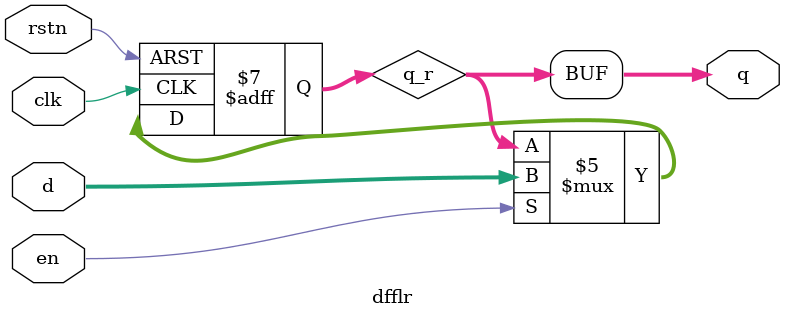
<source format=v>
(* DONT_TOUCH = "yes" *)
module dfflr #(
    parameter DATA_WIDTH = 16
)(
    input wire clk,
    input wire rstn,
    input wire en,
    input wire [DATA_WIDTH-1 : 0] d,

    output wire [DATA_WIDTH-1 : 0] q
);

reg [DATA_WIDTH-1 : 0] q_r;
assign q = q_r;

always @(posedge clk or negedge rstn) begin
    if(rstn == 1'b0) begin
        q_r <= {DATA_WIDTH{1'b0}};
    end
    else if (en == 1'b1) begin
        q_r <= d;
    end
    else begin
        q_r <= q;
    end
end

endmodule 
</source>
